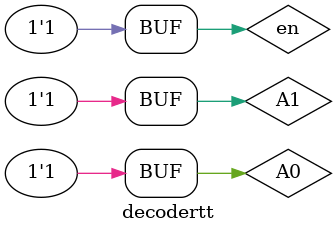
<source format=v>

`timescale 1ns / 1ps

module decodertt;

	// Inputs
	reg A1;
	reg A0;
  	reg en;

	// Outputs
	wire D3;
  	wire D2;
  	wire D1;
  	wire D0;

	// Instantiate the Unit Under Test (UUT)
	decoder uut (
      .A1(A1),
      .A0(A0),
      .en(en),
      .D3(D3),
      .D2(D2),
      .D1(D1),
      .D0(D0)
	);

	initial begin
      $dumpfile("dump.vcd");
      $dumpvars(1); // Xilinx will not generate these two lines
		// Initialize Inputs
      	A0 = 0;
		A1 = 0;
      	en = 1;
      	#100;
      
      	A0 = 0;
		A1 = 1;
      	en = 1;
      	#100;
        
      	A0 = 1;
		A1 = 0;
      	en = 1;
      	#100;
      
      	A0 = 1;
		A1 = 1;
      	en = 1;
      	#100;
	end
endmodule


</source>
